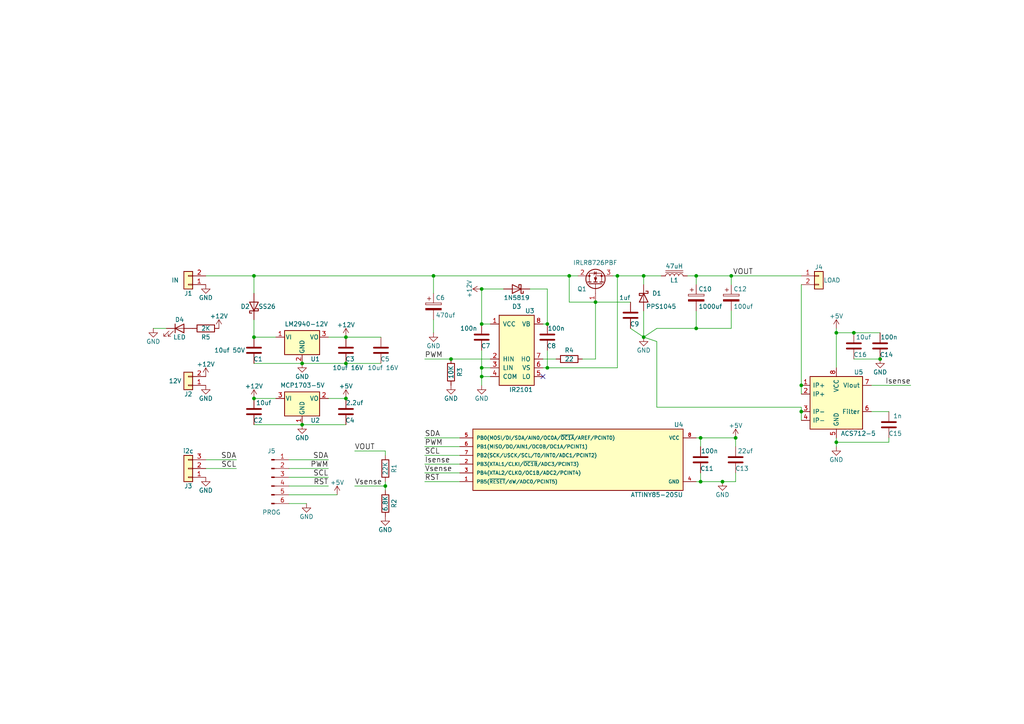
<source format=kicad_sch>
(kicad_sch (version 20230121) (generator eeschema)
  (paper "A4")
  (lib_symbols
    (symbol "Device:C" (pin_numbers hide) (pin_names (offset 0.254))
      (property "Reference" "C" (at 0.635 2.54 0))
      (property "Value" "C" (at 0.635 -2.54 0))
      (symbol "C_0_1"
        (polyline (pts (xy -2.032 -0.762) (xy 2.032 -0.762)) (stroke (width 0.508)))
        (polyline (pts (xy -2.032 0.762) (xy 2.032 0.762)) (stroke (width 0.508)))
      )
      (symbol "C_1_1"
        (pin passive line (at 0 3.81 270) (length 2.794) (name "~") (number "1"))
        (pin passive line (at 0 -3.81 90) (length 2.794) (name "~") (number "2"))
      )
    )
    (symbol "Device:D_Schottky" (pin_numbers hide) (pin_names (offset 1.016) hide)
      (property "Reference" "D" (at 0 2.54 0))
      (property "Value" "D_Schottky" (at 0 -2.54 0))
      (symbol "D_Schottky_0_1"
        (polyline (pts (xy 1.27 0) (xy -1.27 0)))
        (polyline (pts (xy 1.27 1.27) (xy 1.27 -1.27) (xy -1.27 0) (xy 1.27 1.27)) (stroke (width 0.254)))
        (polyline (pts (xy -1.905 0.635) (xy -1.905 1.27) (xy -1.27 1.27) (xy -1.27 -1.27) (xy -0.635 -1.27) (xy -0.635 -0.635)) (stroke (width 0.254)))
      )
      (symbol "D_Schottky_1_1"
        (pin passive line (at -3.81 0 0) (length 2.54) (name "K") (number "1"))
        (pin passive line (at 3.81 0 180) (length 2.54) (name "A") (number "2"))
      )
    )
    (symbol "Device:LED" (pin_numbers hide) (pin_names (offset 1.016) hide)
      (property "Reference" "D" (at 0 2.54 0))
      (property "Value" "LED" (at 0 -2.54 0))
      (symbol "LED_0_1"
        (polyline (pts (xy -1.27 -1.27) (xy -1.27 1.27)) (stroke (width 0.254)))
        (polyline (pts (xy -1.27 0) (xy 1.27 0)))
        (polyline (pts (xy 1.27 -1.27) (xy 1.27 1.27) (xy -1.27 0) (xy 1.27 -1.27)) (stroke (width 0.254)))
        (polyline (pts (xy -3.048 -0.762) (xy -4.572 -2.286) (xy -3.81 -2.286) (xy -4.572 -2.286) (xy -4.572 -1.524)))
        (polyline (pts (xy -1.778 -0.762) (xy -3.302 -2.286) (xy -2.54 -2.286) (xy -3.302 -2.286) (xy -3.302 -1.524)))
      )
      (symbol "LED_1_1"
        (pin passive line (at -3.81 0 0) (length 2.54) (name "K") (number "1"))
        (pin passive line (at 3.81 0 180) (length 2.54) (name "A") (number "2"))
      )
    )
    (symbol "Device:Q_NMOS_GDS" (pin_names (offset 0) hide)
      (property "Reference" "Q" (at 5.08 1.27 0))
      (property "Value" "Q_NMOS_GDS" (at 5.08 -1.27 0))
      (symbol "Q_NMOS_GDS_0_1"
        (polyline (pts (xy 0.254 0) (xy -2.54 0)))
        (polyline (pts (xy 0.254 1.905) (xy 0.254 -1.905)) (stroke (width 0.254)))
        (polyline (pts (xy 0.762 -1.27) (xy 0.762 -2.286)) (stroke (width 0.254)))
        (polyline (pts (xy 0.762 0.508) (xy 0.762 -0.508)) (stroke (width 0.254)))
        (polyline (pts (xy 0.762 2.286) (xy 0.762 1.27)) (stroke (width 0.254)))
        (polyline (pts (xy 2.54 2.54) (xy 2.54 1.778)))
        (polyline (pts (xy 2.54 -2.54) (xy 2.54 0) (xy 0.762 0)))
        (polyline (pts (xy 0.762 -1.778) (xy 3.302 -1.778) (xy 3.302 1.778) (xy 0.762 1.778)))
        (polyline (pts (xy 1.016 0) (xy 2.032 0.381) (xy 2.032 -0.381) (xy 1.016 0)) (fill (type outline)))
        (polyline (pts (xy 2.794 0.508) (xy 2.921 0.381) (xy 3.683 0.381) (xy 3.81 0.254)))
        (polyline (pts (xy 3.302 0.381) (xy 2.921 -0.254) (xy 3.683 -0.254) (xy 3.302 0.381)))
        (circle (center 1.651 0) (radius 2.794) (stroke (width 0.254)))
        (circle (center 2.54 -1.778) (radius 0.254) (fill (type outline)))
        (circle (center 2.54 1.778) (radius 0.254) (fill (type outline)))
      )
      (symbol "Q_NMOS_GDS_1_1"
        (pin input line (at -5.08 0 0) (length 2.54) (name "G") (number "1"))
        (pin passive line (at 2.54 5.08 270) (length 2.54) (name "D") (number "2"))
        (pin passive line (at 2.54 -5.08 90) (length 2.54) (name "S") (number "3"))
      )
    )
    (symbol "Device:R" (pin_numbers hide) (pin_names (offset 0))
      (property "Reference" "R" (at 2.032 0 90))
      (property "Value" "R" (at 0 0 90))
      (symbol "R_0_1"
        (rectangle (start -1.016 -2.54) (end 1.016 2.54) (stroke (width 0.254)))
      )
      (symbol "R_1_1"
        (pin passive line (at 0 3.81 270) (length 1.27) (name "~") (number "1"))
        (pin passive line (at 0 -3.81 90) (length 1.27) (name "~") (number "2"))
      )
    )
    (symbol "UniDCBuckHW-rescue:ACS712ELCTR-05B-T" (pin_names (offset 0.762))
      (property "Reference" "U" (at 2.54 11.43 0))
      (property "Value" "ACS712ELCTR-05B-T" (at 2.54 8.89 0))
      (symbol "ACS712ELCTR-05B-T_0_1"
        (rectangle (start -7.62 7.62) (end 7.62 -7.62) (stroke (width 0.254)) (fill (type background)))
      )
      (symbol "ACS712ELCTR-05B-T_1_1"
        (pin passive line (at -10.16 5.08 0) (length 2.54) (name "IP+") (number "1"))
        (pin passive line (at -10.16 2.54 0) (length 2.54) (name "IP+") (number "2"))
        (pin passive line (at -10.16 -2.54 0) (length 2.54) (name "IP-") (number "3"))
        (pin passive line (at -10.16 -5.08 0) (length 2.54) (name "IP-") (number "4"))
        (pin power_in line (at 0 -10.16 90) (length 2.54) (name "GND") (number "5"))
        (pin passive line (at 10.16 -2.54 180) (length 2.54) (name "Filter") (number "6"))
        (pin output line (at 10.16 5.08 180) (length 2.54) (name "VIout") (number "7"))
        (pin power_in line (at 0 10.16 270) (length 2.54) (name "VCC") (number "8"))
      )
    )
    (symbol "UniDCBuckHW-rescue:ATTINY85-20SU" (pin_names (offset 1.016))
      (property "Reference" "U" (at -29.21 10.16 0))
      (property "Value" "ATTINY85-20SU" (at 25.4 -10.16 0))
      (symbol "ATTINY85-20SU_0_1"
        (rectangle (start -30.48 8.89) (end 30.48 -8.89) (stroke (width 0.254)) (fill (type background)))
      )
      (symbol "ATTINY85-20SU_1_1"
        (pin bidirectional line (at -34.29 -6.35 0) (length 3.81) (name "PB5(~{RESET}/dW/ADC0/PCINT5)") (number "1"))
        (pin bidirectional line (at -34.29 -1.27 0) (length 3.81) (name "PB3(XTAL1/CLKI/~{OC1B}/ADC3/PCINT3)") (number "2"))
        (pin bidirectional line (at -34.29 -3.81 0) (length 3.81) (name "PB4(XTAL2/CLKO/OC1B/ADC2/PCINT4)") (number "3"))
        (pin power_in line (at 34.29 -6.35 180) (length 3.81) (name "GND") (number "4"))
        (pin bidirectional line (at -34.29 6.35 0) (length 3.81) (name "PB0(MOSI/DI/SDA/AIN0/OC0A/~{OC1A}/AREF/PCINT0)") (number "5"))
        (pin bidirectional line (at -34.29 3.81 0) (length 3.81) (name "PB1(MISO/DO/AIN1/OC0B/OC1A/PCINT1)") (number "6"))
        (pin bidirectional line (at -34.29 1.27 0) (length 3.81) (name "PB2(SCK/USCK/SCL/T0/INT0/ADC1/PCINT2)") (number "7"))
        (pin power_in line (at 34.29 6.35 180) (length 3.81) (name "VCC") (number "8"))
      )
    )
    (symbol "UniDCBuckHW-rescue:CP-Device" (pin_numbers hide) (pin_names (offset 0.254))
      (property "Reference" "C" (at 0.635 2.54 0))
      (property "Value" "Device:CP" (at 0.635 -2.54 0))
      (symbol "CP-Device_0_1"
        (rectangle (start -2.286 0.508) (end -2.286 1.016))
        (rectangle (start -2.286 0.508) (end 2.286 0.508))
        (polyline (pts (xy -1.778 2.286) (xy -0.762 2.286)))
        (polyline (pts (xy -1.27 2.794) (xy -1.27 1.778)))
        (rectangle (start 2.286 -0.508) (end -2.286 -1.016) (fill (type outline)))
        (rectangle (start 2.286 1.016) (end -2.286 1.016))
        (rectangle (start 2.286 1.016) (end 2.286 0.508))
      )
      (symbol "CP-Device_1_1"
        (pin passive line (at 0 3.81 270) (length 2.794) (name "~") (number "1"))
        (pin passive line (at 0 -3.81 90) (length 2.794) (name "~") (number "2"))
      )
    )
    (symbol "UniDCBuckHW-rescue:Conn_01x02" (pin_names (offset 1.016) hide)
      (property "Reference" "J" (at 0 2.54 0))
      (property "Value" "Conn_01x02" (at 0 -5.08 0))
      (symbol "Conn_01x02_1_1"
        (rectangle (start -1.27 -2.413) (end 0 -2.667) (stroke (width 0.1524)))
        (rectangle (start -1.27 0.127) (end 0 -0.127) (stroke (width 0.1524)))
        (rectangle (start -1.27 1.27) (end 1.27 -3.81) (stroke (width 0.254)) (fill (type background)))
        (pin passive line (at -5.08 0 0) (length 3.81) (name "Pin_1") (number "1"))
        (pin passive line (at -5.08 -2.54 0) (length 3.81) (name "Pin_2") (number "2"))
      )
    )
    (symbol "UniDCBuckHW-rescue:Conn_01x03" (pin_names (offset 1.016) hide)
      (property "Reference" "J" (at 0 5.08 0))
      (property "Value" "Conn_01x03" (at 0 -5.08 0))
      (symbol "Conn_01x03_1_1"
        (rectangle (start -1.27 -2.413) (end 0 -2.667) (stroke (width 0.1524)))
        (rectangle (start -1.27 0.127) (end 0 -0.127) (stroke (width 0.1524)))
        (rectangle (start -1.27 2.667) (end 0 2.413) (stroke (width 0.1524)))
        (rectangle (start -1.27 3.81) (end 1.27 -3.81) (stroke (width 0.254)) (fill (type background)))
        (pin passive line (at -5.08 2.54 0) (length 3.81) (name "Pin_1") (number "1"))
        (pin passive line (at -5.08 0 0) (length 3.81) (name "Pin_2") (number "2"))
        (pin passive line (at -5.08 -2.54 0) (length 3.81) (name "Pin_3") (number "3"))
      )
    )
    (symbol "UniDCBuckHW-rescue:Conn_01x06_Male" (pin_names (offset 1.016) hide)
      (property "Reference" "J" (at 0 7.62 0))
      (property "Value" "Conn_01x06_Male" (at 0 -10.16 0))
      (symbol "Conn_01x06_Male_1_1"
        (polyline (pts (xy 1.27 -7.62) (xy 0.8636 -7.62)) (stroke (width 0.1524)))
        (polyline (pts (xy 1.27 -5.08) (xy 0.8636 -5.08)) (stroke (width 0.1524)))
        (polyline (pts (xy 1.27 -2.54) (xy 0.8636 -2.54)) (stroke (width 0.1524)))
        (polyline (pts (xy 1.27 0) (xy 0.8636 0)) (stroke (width 0.1524)))
        (polyline (pts (xy 1.27 2.54) (xy 0.8636 2.54)) (stroke (width 0.1524)))
        (polyline (pts (xy 1.27 5.08) (xy 0.8636 5.08)) (stroke (width 0.1524)))
        (rectangle (start 0.8636 -7.493) (end 0 -7.747) (stroke (width 0.1524)) (fill (type outline)))
        (rectangle (start 0.8636 -4.953) (end 0 -5.207) (stroke (width 0.1524)) (fill (type outline)))
        (rectangle (start 0.8636 -2.413) (end 0 -2.667) (stroke (width 0.1524)) (fill (type outline)))
        (rectangle (start 0.8636 0.127) (end 0 -0.127) (stroke (width 0.1524)) (fill (type outline)))
        (rectangle (start 0.8636 2.667) (end 0 2.413) (stroke (width 0.1524)) (fill (type outline)))
        (rectangle (start 0.8636 5.207) (end 0 4.953) (stroke (width 0.1524)) (fill (type outline)))
        (pin passive line (at 5.08 5.08 180) (length 3.81) (name "Pin_1") (number "1"))
        (pin passive line (at 5.08 2.54 180) (length 3.81) (name "Pin_2") (number "2"))
        (pin passive line (at 5.08 0 180) (length 3.81) (name "Pin_3") (number "3"))
        (pin passive line (at 5.08 -2.54 180) (length 3.81) (name "Pin_4") (number "4"))
        (pin passive line (at 5.08 -5.08 180) (length 3.81) (name "Pin_5") (number "5"))
        (pin passive line (at 5.08 -7.62 180) (length 3.81) (name "Pin_6") (number "6"))
      )
    )
    (symbol "UniDCBuckHW-rescue:IR2106" (pin_names (offset 1.016))
      (property "Reference" "U" (at 0 13.335 0))
      (property "Value" "IR2106" (at 0 11.43 0))
      (symbol "IR2106_0_1"
        (rectangle (start -5.08 -10.16) (end 5.08 10.16) (stroke (width 0.254)) (fill (type background)))
      )
      (symbol "IR2106_1_1"
        (pin power_in line (at -7.62 7.62 0) (length 2.54) (name "VCC") (number "1"))
        (pin input line (at -7.62 -2.54 0) (length 2.54) (name "HIN") (number "2"))
        (pin input line (at -7.62 -5.08 0) (length 2.54) (name "LIN") (number "3"))
        (pin power_in line (at -7.62 -7.62 0) (length 2.54) (name "COM") (number "4"))
        (pin output line (at 7.62 -7.62 180) (length 2.54) (name "LO") (number "5"))
        (pin passive line (at 7.62 -5.08 180) (length 2.54) (name "VS") (number "6"))
        (pin output line (at 7.62 -2.54 180) (length 2.54) (name "HO") (number "7"))
        (pin passive line (at 7.62 7.62 180) (length 2.54) (name "VB") (number "8"))
      )
    )
    (symbol "UniDCBuckHW-rescue:LM7812_TO220" (pin_names (offset 0.254))
      (property "Reference" "U" (at -3.81 3.175 0))
      (property "Value" "LM7812_TO220" (at 0 3.175 0))
      (symbol "LM7812_TO220_0_1"
        (rectangle (start -5.08 1.905) (end 5.08 -5.08) (stroke (width 0.254)) (fill (type background)))
      )
      (symbol "LM7812_TO220_1_1"
        (pin power_in line (at -7.62 0 0) (length 2.54) (name "VI") (number "1"))
        (pin power_in line (at 0 -7.62 90) (length 2.54) (name "GND") (number "2"))
        (pin power_out line (at 7.62 0 180) (length 2.54) (name "VO") (number "3"))
      )
    )
    (symbol "UniDCBuckHW-rescue:L_Core_Iron-Device" (pin_numbers hide) (pin_names (offset 1.016) hide)
      (property "Reference" "L" (at -1.27 0 90))
      (property "Value" "Device:L_Core_Iron" (at 2.794 0 90))
      (symbol "L_Core_Iron-Device_0_1"
        (arc (start 0 -2.54) (mid 0.6323 -1.905) (end 0 -1.27))
        (arc (start 0 -1.27) (mid 0.6323 -0.635) (end 0 0))
        (polyline (pts (xy 1.016 2.54) (xy 1.016 -2.54)))
        (polyline (pts (xy 1.524 -2.54) (xy 1.524 2.54)))
        (arc (start 0 0) (mid 0.6323 0.635) (end 0 1.27))
        (arc (start 0 1.27) (mid 0.6323 1.905) (end 0 2.54))
      )
      (symbol "L_Core_Iron-Device_1_1"
        (pin passive line (at 0 3.81 270) (length 1.27) (name "1") (number "1"))
        (pin passive line (at 0 -3.81 90) (length 1.27) (name "2") (number "2"))
      )
    )
    (symbol "UniDCBuckHW-rescue:MCP1703A-5002_SOT23" (pin_names (offset 0.254))
      (property "Reference" "U" (at -3.81 3.175 0))
      (property "Value" "MCP1703A-5002_SOT23" (at 0 3.175 0))
      (symbol "MCP1703A-5002_SOT23_0_1"
        (rectangle (start -5.08 -5.08) (end 5.08 1.905) (stroke (width 0.254)) (fill (type background)))
      )
      (symbol "MCP1703A-5002_SOT23_1_1"
        (pin power_in line (at 0 -7.62 90) (length 2.54) (name "GND") (number "1"))
        (pin power_out line (at 7.62 0 180) (length 2.54) (name "VO") (number "2"))
        (pin power_in line (at -7.62 0 0) (length 2.54) (name "VI") (number "3"))
      )
    )
    (symbol "power:+12V" (power) (pin_names (offset 0))
      (property "Value" "+12V" (at 0 3.556 0))
      (symbol "+12V_0_1"
        (polyline (pts (xy -0.762 1.27) (xy 0 2.54)))
        (polyline (pts (xy 0 0) (xy 0 2.54)))
        (polyline (pts (xy 0 2.54) (xy 0.762 1.27)))
      )
      (symbol "+12V_1_1"
        (pin power_in line (at 0 0 90) (length 0) hide (name "+12V") (number "1"))
      )
    )
    (symbol "power:+5V" (power) (pin_names (offset 0))
      (property "Value" "+5V" (at 0 3.556 0))
      (symbol "+5V_0_1"
        (polyline (pts (xy -0.762 1.27) (xy 0 2.54)))
        (polyline (pts (xy 0 0) (xy 0 2.54)))
        (polyline (pts (xy 0 2.54) (xy 0.762 1.27)))
      )
      (symbol "+5V_1_1"
        (pin power_in line (at 0 0 90) (length 0) hide (name "+5V") (number "1"))
      )
    )
    (symbol "power:GND" (power) (pin_names (offset 0))
      (property "Value" "GND" (at 0 -3.81 0))
      (symbol "GND_0_1"
        (polyline (pts (xy 0 0) (xy 0 -1.27) (xy 1.27 -1.27) (xy 0 -2.54) (xy -1.27 -1.27) (xy 0 -1.27)))
      )
      (symbol "GND_1_1"
        (pin power_in line (at 0 0 270) (length 0) hide (name "GND") (number "1"))
      )
    )
  )
  (junction (at 73.66 97.79))
  (junction (at 203.2 127))
  (junction (at 232.41 111.76))
  (junction (at 87.63 105.41))
  (junction (at 139.7 93.98))
  (junction (at 186.69 97.79))
  (junction (at 247.65 96.52))
  (junction (at 100.33 105.41))
  (junction (at 100.33 115.57))
  (junction (at 203.2 139.7))
  (junction (at 213.36 127))
  (junction (at 158.75 106.68))
  (junction (at 201.93 95.25))
  (junction (at 186.69 80.01))
  (junction (at 100.33 97.79))
  (junction (at 73.66 115.57))
  (junction (at 111.76 140.97))
  (junction (at 255.27 104.14))
  (junction (at 209.55 139.7))
  (junction (at 179.07 80.01))
  (junction (at 130.81 104.14))
  (junction (at 172.72 87.63))
  (junction (at 139.7 106.68))
  (junction (at 87.63 123.19))
  (junction (at 165.1 80.01))
  (junction (at 158.75 93.98))
  (junction (at 73.66 80.01))
  (junction (at 242.57 96.52))
  (junction (at 242.57 128.27))
  (junction (at 125.73 80.01))
  (junction (at 201.93 80.01))
  (junction (at 232.41 119.38))
  (junction (at 139.7 83.82))
  (junction (at 139.7 109.22))
  (junction (at 212.09 80.01))
  (no_connect (at 157.48 109.22))
  (wire (pts (xy 59.69 135.89) (xy 68.58 135.89)))
  (wire (pts (xy 142.24 106.68) (xy 139.7 106.68)))
  (wire (pts (xy 157.48 104.14) (xy 161.29 104.14)))
  (wire (pts (xy 257.81 128.27) (xy 257.81 127)))
  (wire (pts (xy 146.05 83.82) (xy 139.7 83.82)))
  (wire (pts (xy 252.73 111.76) (xy 264.16 111.76)))
  (wire (pts (xy 252.73 119.38) (xy 257.81 119.38)))
  (wire (pts (xy 125.73 80.01) (xy 125.73 85.09)))
  (wire (pts (xy 209.55 139.7) (xy 213.36 139.7)))
  (wire (pts (xy 190.5 118.11) (xy 232.41 118.11)))
  (wire (pts (xy 73.66 80.01) (xy 125.73 80.01)))
  (wire (pts (xy 213.36 127) (xy 213.36 129.54)))
  (wire (pts (xy 177.8 80.01) (xy 179.07 80.01)))
  (wire (pts (xy 212.09 80.01) (xy 232.41 80.01)))
  (wire (pts (xy 190.5 99.06) (xy 190.5 118.11)))
  (wire (pts (xy 139.7 101.6) (xy 139.7 106.68)))
  (wire (pts (xy 139.7 106.68) (xy 139.7 109.22)))
  (wire (pts (xy 179.07 106.68) (xy 179.07 80.01)))
  (wire (pts (xy 73.66 97.79) (xy 80.01 97.79)))
  (wire (pts (xy 186.69 82.55) (xy 186.69 80.01)))
  (wire (pts (xy 73.66 105.41) (xy 87.63 105.41)))
  (wire (pts (xy 157.48 106.68) (xy 158.75 106.68)))
  (wire (pts (xy 247.65 104.14) (xy 255.27 104.14)))
  (wire (pts (xy 83.82 140.97) (xy 95.25 140.97)))
  (wire (pts (xy 130.81 104.14) (xy 142.24 104.14)))
  (wire (pts (xy 125.73 92.71) (xy 125.73 96.52)))
  (wire (pts (xy 100.33 97.79) (xy 110.49 97.79)))
  (wire (pts (xy 158.75 101.6) (xy 158.75 106.68)))
  (wire (pts (xy 186.69 97.79) (xy 190.5 95.25)))
  (wire (pts (xy 172.72 104.14) (xy 172.72 87.63)))
  (wire (pts (xy 201.93 80.01) (xy 212.09 80.01)))
  (wire (pts (xy 83.82 143.51) (xy 97.79 143.51)))
  (wire (pts (xy 201.93 139.7) (xy 203.2 139.7)))
  (wire (pts (xy 186.69 97.79) (xy 182.88 95.25)))
  (wire (pts (xy 83.82 135.89) (xy 95.25 135.89)))
  (wire (pts (xy 232.41 82.55) (xy 232.41 111.76)))
  (wire (pts (xy 111.76 132.08) (xy 111.76 130.81)))
  (wire (pts (xy 48.26 95.25) (xy 44.45 95.25)))
  (wire (pts (xy 111.76 140.97) (xy 102.87 140.97)))
  (wire (pts (xy 59.69 80.01) (xy 73.66 80.01)))
  (wire (pts (xy 73.66 115.57) (xy 80.01 115.57)))
  (wire (pts (xy 95.25 115.57) (xy 100.33 115.57)))
  (wire (pts (xy 83.82 146.05) (xy 88.9 146.05)))
  (wire (pts (xy 165.1 87.63) (xy 172.72 87.63)))
  (wire (pts (xy 165.1 80.01) (xy 167.64 80.01)))
  (wire (pts (xy 158.75 83.82) (xy 158.75 93.98)))
  (wire (pts (xy 247.65 96.52) (xy 242.57 96.52)))
  (wire (pts (xy 203.2 127) (xy 213.36 127)))
  (wire (pts (xy 123.19 104.14) (xy 130.81 104.14)))
  (wire (pts (xy 95.25 97.79) (xy 100.33 97.79)))
  (wire (pts (xy 242.57 96.52) (xy 242.57 106.68)))
  (wire (pts (xy 255.27 96.52) (xy 247.65 96.52)))
  (wire (pts (xy 232.41 111.76) (xy 232.41 114.3)))
  (wire (pts (xy 172.72 87.63) (xy 182.88 87.63)))
  (wire (pts (xy 232.41 119.38) (xy 232.41 121.92)))
  (wire (pts (xy 133.35 137.16) (xy 123.19 137.16)))
  (wire (pts (xy 212.09 80.01) (xy 212.09 82.55)))
  (wire (pts (xy 201.93 95.25) (xy 201.93 90.17)))
  (wire (pts (xy 133.35 134.62) (xy 123.19 134.62)))
  (wire (pts (xy 83.82 133.35) (xy 95.25 133.35)))
  (wire (pts (xy 201.93 80.01) (xy 201.93 82.55)))
  (wire (pts (xy 153.67 83.82) (xy 158.75 83.82)))
  (wire (pts (xy 232.41 118.11) (xy 232.41 119.38)))
  (wire (pts (xy 133.35 129.54) (xy 123.19 129.54)))
  (wire (pts (xy 125.73 80.01) (xy 165.1 80.01)))
  (wire (pts (xy 203.2 129.54) (xy 203.2 127)))
  (wire (pts (xy 168.91 104.14) (xy 172.72 104.14)))
  (wire (pts (xy 242.57 127) (xy 242.57 128.27)))
  (wire (pts (xy 133.35 139.7) (xy 123.19 139.7)))
  (wire (pts (xy 190.5 95.25) (xy 201.93 95.25)))
  (wire (pts (xy 186.69 97.79) (xy 190.5 99.06)))
  (wire (pts (xy 203.2 139.7) (xy 209.55 139.7)))
  (wire (pts (xy 139.7 109.22) (xy 139.7 111.76)))
  (wire (pts (xy 201.93 127) (xy 203.2 127)))
  (wire (pts (xy 242.57 128.27) (xy 242.57 129.54)))
  (wire (pts (xy 242.57 95.25) (xy 242.57 96.52)))
  (wire (pts (xy 73.66 123.19) (xy 87.63 123.19)))
  (wire (pts (xy 199.39 80.01) (xy 201.93 80.01)))
  (wire (pts (xy 111.76 139.7) (xy 111.76 140.97)))
  (wire (pts (xy 139.7 93.98) (xy 142.24 93.98)))
  (wire (pts (xy 203.2 137.16) (xy 203.2 139.7)))
  (wire (pts (xy 87.63 123.19) (xy 100.33 123.19)))
  (wire (pts (xy 111.76 140.97) (xy 111.76 142.24)))
  (wire (pts (xy 59.69 133.35) (xy 68.58 133.35)))
  (wire (pts (xy 100.33 105.41) (xy 110.49 105.41)))
  (wire (pts (xy 157.48 93.98) (xy 158.75 93.98)))
  (wire (pts (xy 111.76 130.81) (xy 102.87 130.81)))
  (wire (pts (xy 165.1 80.01) (xy 165.1 87.63)))
  (wire (pts (xy 201.93 95.25) (xy 212.09 95.25)))
  (wire (pts (xy 83.82 138.43) (xy 95.25 138.43)))
  (wire (pts (xy 179.07 80.01) (xy 186.69 80.01)))
  (wire (pts (xy 139.7 83.82) (xy 139.7 93.98)))
  (wire (pts (xy 87.63 105.41) (xy 100.33 105.41)))
  (wire (pts (xy 242.57 128.27) (xy 257.81 128.27)))
  (wire (pts (xy 158.75 106.68) (xy 179.07 106.68)))
  (wire (pts (xy 186.69 80.01) (xy 191.77 80.01)))
  (wire (pts (xy 212.09 95.25) (xy 212.09 90.17)))
  (wire (pts (xy 142.24 109.22) (xy 139.7 109.22)))
  (wire (pts (xy 186.69 90.17) (xy 186.69 97.79)))
  (wire (pts (xy 73.66 80.01) (xy 73.66 85.09)))
  (wire (pts (xy 133.35 132.08) (xy 123.19 132.08)))
  (wire (pts (xy 133.35 127) (xy 123.19 127)))
  (wire (pts (xy 213.36 139.7) (xy 213.36 137.16)))
  (wire (pts (xy 73.66 92.71) (xy 73.66 97.79)))
  (label "Vsense" (at 123.19 137.16 0) (effects (font (size 1.524 1.524))))
  (label "RST" (at 123.19 139.7 0) (effects (font (size 1.524 1.524))))
  (label "RST" (at 95.25 140.97 180) (effects (font (size 1.524 1.524))))
  (label "SCL" (at 123.19 132.08 0) (effects (font (size 1.524 1.524))))
  (label "SDA" (at 95.25 133.35 180) (effects (font (size 1.524 1.524))))
  (label "PWM" (at 123.19 129.54 0) (effects (font (size 1.524 1.524))))
  (label "PWM" (at 123.19 104.14 0) (effects (font (size 1.524 1.524))))
  (label "VOUT" (at 102.87 130.81 0) (effects (font (size 1.524 1.524))))
  (label "Isense" (at 123.19 134.62 0) (effects (font (size 1.524 1.524))))
  (label "VOUT" (at 218.44 80.01 180) (effects (font (size 1.524 1.524))))
  (label "SDA" (at 123.19 127 0) (effects (font (size 1.524 1.524))))
  (label "SCL" (at 95.25 138.43 180) (effects (font (size 1.524 1.524))))
  (label "SCL" (at 68.58 135.89 180) (effects (font (size 1.524 1.524))))
  (label "SDA" (at 68.58 133.35 180) (effects (font (size 1.524 1.524))))
  (label "PWM" (at 95.25 135.89 180) (effects (font (size 1.524 1.524))))
  (label "Isense" (at 264.16 111.76 180) (effects (font (size 1.524 1.524))))
  (label "Vsense" (at 102.87 140.97 0) (effects (font (size 1.524 1.524))))
  (symbol (lib_id "Device:D_Schottky") (at 186.69 86.36 270) (unit 1)
    (property "Reference" "D1" (at 190.5 85.09 90))
    (property "Value" "PPS1045" (at 191.77 88.9 90))
    (property "Footprint" "Diodes_SMD:D_Powermite3" (effects hide))
  )
  (symbol (lib_id "UniDCBuckHW-rescue:L_Core_Iron-Device") (at 195.58 80.01 90) (unit 1)
    (property "Reference" "L1" (at 195.58 81.28 90))
    (property "Value" "47uH" (at 195.58 77.216 90))
    (property "Footprint" "KiCadCustomLibs:PCV-2-473-10L" (effects hide))
  )
  (symbol (lib_id "Device:Q_NMOS_GDS") (at 172.72 82.55 90) (unit 1)
    (property "Reference" "Q1" (at 170.18 83.82 90) (effects (justify left)))
    (property "Value" "IRLR8726PBF" (at 179.07 76.2 90) (effects (justify left)))
    (property "Footprint" "TO_SOT_Packages_SMD:TO-252-2_Rectifier" (effects hide))
  )
  (symbol (lib_id "Device:R") (at 165.1 104.14 270) (unit 1)
    (property "Reference" "R4" (at 165.1 101.6 90))
    (property "Value" "22" (at 165.1 104.14 90))
    (property "Footprint" "Resistors_SMD:R_0603" (effects hide))
  )
  (symbol (lib_id "UniDCBuckHW-rescue:IR2106") (at 149.86 101.6 0) (unit 1)
    (property "Reference" "U3" (at 153.67 90.17 0))
    (property "Value" "IR2101" (at 151.13 113.03 0))
    (property "Footprint" "Housings_SOIC:SOIC-8_3.9x4.9mm_Pitch1.27mm" (effects hide))
  )
  (symbol (lib_id "Device:C") (at 158.75 97.79 180) (unit 1)
    (property "Reference" "C8" (at 161.29 100.33 0) (effects (justify left)))
    (property "Value" "100n" (at 163.83 95.25 0) (effects (justify left)))
    (property "Footprint" "Capacitors_SMD:C_0603" (effects hide))
  )
  (symbol (lib_id "Device:D_Schottky") (at 149.86 83.82 180) (unit 1)
    (property "Reference" "D3" (at 149.86 88.9 0))
    (property "Value" "1N5819" (at 149.86 86.36 0))
    (property "Footprint" "Diodes_SMD:D_SOD-523" (effects hide))
  )
  (symbol (lib_id "Device:C") (at 182.88 91.44 180) (unit 1)
    (property "Reference" "C9" (at 185.42 93.98 0) (effects (justify left)))
    (property "Value" "1uf" (at 182.88 86.36 0) (effects (justify left)))
    (property "Footprint" "Capacitors_SMD:C_0603" (effects hide))
  )
  (symbol (lib_id "UniDCBuckHW-rescue:CP-Device") (at 201.93 86.36 0) (unit 1)
    (property "Reference" "C10" (at 202.565 83.82 0) (effects (justify left)))
    (property "Value" "1000uf" (at 202.565 88.9 0) (effects (justify left)))
    (property "Footprint" "Capacitors_THT:CP_Radial_D12.5mm_P5.00mm" (effects hide))
  )
  (symbol (lib_id "power:GND") (at 186.69 97.79 0) (unit 1)
    (property "Reference" "#PWR19" (effects hide))
    (property "Value" "GND" (at 186.69 101.6 0))
  )
  (symbol (lib_id "power:GND") (at 139.7 111.76 0) (unit 1)
    (property "Reference" "#PWR18" (effects hide))
    (property "Value" "GND" (at 139.7 115.57 0))
  )
  (symbol (lib_id "UniDCBuckHW-rescue:CP-Device") (at 125.73 88.9 0) (unit 1)
    (property "Reference" "C6" (at 126.365 86.36 0) (effects (justify left)))
    (property "Value" "470uf" (at 126.365 91.44 0) (effects (justify left)))
    (property "Footprint" "Capacitors_THT:CP_Radial_D10.0mm_P5.00mm" (effects hide))
  )
  (symbol (lib_id "power:GND") (at 125.73 96.52 0) (unit 1)
    (property "Reference" "#PWR15" (effects hide))
    (property "Value" "GND" (at 125.73 100.33 0))
  )
  (symbol (lib_id "UniDCBuckHW-rescue:ATTINY85-20SU") (at 167.64 133.35 0) (unit 1)
    (property "Reference" "U4" (at 196.85 123.19 0))
    (property "Value" "ATTINY85-20SU" (at 190.5 143.51 0))
    (property "Footprint" "Housings_SOIC:SOIJ-8_5.3x5.3mm_Pitch1.27mm" (effects hide))
  )
  (symbol (lib_id "power:GND") (at 209.55 139.7 0) (unit 1)
    (property "Reference" "#PWR20" (effects hide))
    (property "Value" "GND" (at 209.55 143.51 0))
  )
  (symbol (lib_id "Device:C") (at 203.2 133.35 180) (unit 1)
    (property "Reference" "C11" (at 207.01 135.89 0) (effects (justify left)))
    (property "Value" "100n" (at 208.28 130.81 0) (effects (justify left)))
    (property "Footprint" "Capacitors_SMD:C_0603" (effects hide))
  )
  (symbol (lib_id "Device:C") (at 213.36 133.35 180) (unit 1)
    (property "Reference" "C13" (at 217.17 135.89 0) (effects (justify left)))
    (property "Value" "22uf" (at 218.44 130.81 0) (effects (justify left)))
    (property "Footprint" "Capacitors_SMD:C_0805" (effects hide))
  )
  (symbol (lib_id "Device:C") (at 139.7 97.79 180) (unit 1)
    (property "Reference" "C7" (at 142.24 100.33 0) (effects (justify left)))
    (property "Value" "100n" (at 138.43 95.25 0) (effects (justify left)))
    (property "Footprint" "Capacitors_SMD:C_0603" (effects hide))
  )
  (symbol (lib_id "Device:R") (at 130.81 107.95 180) (unit 1)
    (property "Reference" "R3" (at 133.35 107.95 90))
    (property "Value" "10K" (at 130.81 107.95 90))
    (property "Footprint" "Resistors_SMD:R_0603" (effects hide))
  )
  (symbol (lib_id "power:GND") (at 130.81 111.76 0) (unit 1)
    (property "Reference" "#PWR16" (effects hide))
    (property "Value" "GND" (at 130.81 115.57 0))
  )
  (symbol (lib_id "UniDCBuckHW-rescue:CP-Device") (at 212.09 86.36 0) (unit 1)
    (property "Reference" "C12" (at 212.725 83.82 0) (effects (justify left)))
    (property "Value" "100uf" (at 212.725 88.9 0) (effects (justify left)))
    (property "Footprint" "Capacitors_Tantalum_SMD:CP_Tantalum_Case-V_EIA-7343-20_Reflow" (effects hide))
  )
  (symbol (lib_id "Device:R") (at 111.76 135.89 180) (unit 1)
    (property "Reference" "R1" (at 114.3 135.89 90))
    (property "Value" "22K" (at 111.76 135.89 90))
    (property "Footprint" "Resistors_SMD:R_0603" (effects hide))
  )
  (symbol (lib_id "Device:R") (at 111.76 146.05 180) (unit 1)
    (property "Reference" "R2" (at 114.3 146.05 90))
    (property "Value" "6.8K" (at 111.76 146.05 90))
    (property "Footprint" "Resistors_SMD:R_0603" (effects hide))
  )
  (symbol (lib_id "power:GND") (at 111.76 149.86 0) (unit 1)
    (property "Reference" "#PWR14" (effects hide))
    (property "Value" "GND" (at 111.76 153.67 0))
  )
  (symbol (lib_id "UniDCBuckHW-rescue:ACS712ELCTR-05B-T") (at 242.57 116.84 0) (unit 1)
    (property "Reference" "U5" (at 247.65 107.95 0) (effects (justify left)))
    (property "Value" "ACS712-5" (at 243.84 125.73 0) (effects (justify left)))
    (property "Footprint" "Housings_SOIC:SOIC-8_3.9x4.9mm_Pitch1.27mm" (effects hide))
  )
  (symbol (lib_id "power:GND") (at 242.57 129.54 0) (unit 1)
    (property "Reference" "#PWR23" (effects hide))
    (property "Value" "GND" (at 242.57 133.35 0))
  )
  (symbol (lib_id "Device:C") (at 257.81 123.19 180) (unit 1)
    (property "Reference" "C15" (at 261.62 125.73 0) (effects (justify left)))
    (property "Value" "1n" (at 261.62 120.65 0) (effects (justify left)))
    (property "Footprint" "Capacitors_SMD:C_0603" (effects hide))
  )
  (symbol (lib_id "power:+5V") (at 242.57 95.25 0) (unit 1)
    (property "Reference" "#PWR22" (effects hide))
    (property "Value" "+5V" (at 242.57 91.694 0))
  )
  (symbol (lib_id "Device:C") (at 255.27 100.33 180) (unit 1)
    (property "Reference" "C14" (at 259.08 102.87 0) (effects (justify left)))
    (property "Value" "100n" (at 260.35 97.79 0) (effects (justify left)))
    (property "Footprint" "Capacitors_SMD:C_0603" (effects hide))
  )
  (symbol (lib_id "power:GND") (at 255.27 104.14 0) (unit 1)
    (property "Reference" "#PWR24" (effects hide))
    (property "Value" "GND" (at 255.27 107.95 0))
  )
  (symbol (lib_id "UniDCBuckHW-rescue:Conn_01x02") (at 237.49 80.01 0) (unit 1)
    (property "Reference" "J4" (at 237.49 77.47 0))
    (property "Value" "LOAD" (at 241.3 81.28 0))
    (property "Footprint" "KiCadCustomLibs:Conn_Power" (effects hide))
  )
  (symbol (lib_id "UniDCBuckHW-rescue:MCP1703A-5002_SOT23") (at 87.63 115.57 0) (unit 1)
    (property "Reference" "U2" (at 91.44 121.92 0))
    (property "Value" "MCP1703-5V" (at 81.28 111.76 0) (effects (justify left)))
    (property "Footprint" "TO_SOT_Packages_SMD:SOT-23" (effects hide))
  )
  (symbol (lib_id "Device:C") (at 100.33 119.38 180) (unit 1)
    (property "Reference" "C4" (at 102.87 121.92 0) (effects (justify left)))
    (property "Value" "2.2uf" (at 105.41 116.84 0) (effects (justify left)))
    (property "Footprint" "Capacitors_SMD:C_0805" (effects hide))
  )
  (symbol (lib_id "Device:C") (at 73.66 119.38 180) (unit 1)
    (property "Reference" "C2" (at 76.2 121.92 0) (effects (justify left)))
    (property "Value" "10uf" (at 78.74 116.84 0) (effects (justify left)))
    (property "Footprint" "Capacitors_SMD:C_0805" (effects hide))
  )
  (symbol (lib_id "power:GND") (at 87.63 123.19 0) (unit 1)
    (property "Reference" "#PWR9" (effects hide))
    (property "Value" "GND" (at 87.63 127 0))
  )
  (symbol (lib_id "power:+5V") (at 213.36 127 0) (unit 1)
    (property "Reference" "#PWR21" (effects hide))
    (property "Value" "+5V" (at 213.36 123.444 0))
  )
  (symbol (lib_id "power:+5V") (at 100.33 115.57 0) (unit 1)
    (property "Reference" "#PWR13" (effects hide))
    (property "Value" "+5V" (at 100.33 112.014 0))
  )
  (symbol (lib_id "UniDCBuckHW-rescue:LM7812_TO220") (at 87.63 97.79 0) (unit 1)
    (property "Reference" "U1" (at 91.44 104.14 0))
    (property "Value" "LM2940-12V" (at 82.55 93.98 0) (effects (justify left)))
    (property "Footprint" "TO_SOT_Packages_SMD:TO-263-3_TabPin2" (effects hide))
  )
  (symbol (lib_id "power:+12V") (at 100.33 97.79 0) (unit 1)
    (property "Reference" "#PWR12" (effects hide))
    (property "Value" "+12V" (at 100.33 94.234 0))
  )
  (symbol (lib_id "Device:C") (at 73.66 101.6 180) (unit 1)
    (property "Reference" "C1" (at 76.2 104.14 0) (effects (justify left)))
    (property "Value" "10uf 50V" (at 71.12 101.6 0) (effects (justify left)))
    (property "Footprint" "Capacitors_SMD:C_0805" (effects hide))
  )
  (symbol (lib_id "power:GND") (at 87.63 105.41 0) (unit 1)
    (property "Reference" "#PWR8" (effects hide))
    (property "Value" "GND" (at 87.63 109.22 0))
  )
  (symbol (lib_id "Device:C") (at 100.33 101.6 180) (unit 1)
    (property "Reference" "C3" (at 102.87 104.14 0) (effects (justify left)))
    (property "Value" "10uf 16V" (at 105.41 106.68 0) (effects (justify left)))
    (property "Footprint" "Capacitors_SMD:C_0805" (effects hide))
  )
  (symbol (lib_id "power:+12V") (at 139.7 83.82 90) (unit 1)
    (property "Reference" "#PWR17" (effects hide))
    (property "Value" "+12V" (at 136.144 83.82 0))
  )
  (symbol (lib_id "power:+12V") (at 73.66 115.57 0) (unit 1)
    (property "Reference" "#PWR7" (effects hide))
    (property "Value" "+12V" (at 73.66 112.014 0))
  )
  (symbol (lib_id "Device:C") (at 110.49 101.6 180) (unit 1)
    (property "Reference" "C5" (at 113.03 104.14 0) (effects (justify left)))
    (property "Value" "10uf 16V" (at 115.57 106.68 0) (effects (justify left)))
    (property "Footprint" "Capacitors_SMD:C_0805" (effects hide))
  )
  (symbol (lib_id "UniDCBuckHW-rescue:Conn_01x02") (at 54.61 82.55 180) (unit 1)
    (property "Reference" "J1" (at 54.61 85.09 0))
    (property "Value" "IN" (at 50.8 81.28 0))
    (property "Footprint" "KiCadCustomLibs:Conn_Power" (effects hide))
  )
  (symbol (lib_id "power:GND") (at 59.69 82.55 0) (unit 1)
    (property "Reference" "#PWR2" (effects hide))
    (property "Value" "GND" (at 59.69 86.36 0))
  )
  (symbol (lib_id "Device:D_Schottky") (at 73.66 88.9 90) (unit 1)
    (property "Reference" "D2" (at 71.12 88.9 90))
    (property "Value" "SS26" (at 77.47 88.9 90))
    (property "Footprint" "Diodes_SMD:D_SMB" (effects hide))
  )
  (symbol (lib_id "UniDCBuckHW-rescue:Conn_01x02") (at 54.61 111.76 180) (unit 1)
    (property "Reference" "J2" (at 54.61 114.3 0))
    (property "Value" "12V" (at 50.8 110.49 0))
    (property "Footprint" "KiCadCustomLibs:Conn2pin_2.54mm" (effects hide))
  )
  (symbol (lib_id "power:+12V") (at 59.69 109.22 0) (unit 1)
    (property "Reference" "#PWR3" (effects hide))
    (property "Value" "+12V" (at 59.69 105.664 0))
  )
  (symbol (lib_id "power:GND") (at 59.69 111.76 0) (unit 1)
    (property "Reference" "#PWR4" (effects hide))
    (property "Value" "GND" (at 59.69 115.57 0))
  )
  (symbol (lib_id "UniDCBuckHW-rescue:Conn_01x03") (at 54.61 135.89 180) (unit 1)
    (property "Reference" "J3" (at 54.61 140.97 0))
    (property "Value" "i2c" (at 54.61 130.81 0))
    (property "Footprint" "Pin_Headers:Pin_Header_Straight_1x03_Pitch2.54mm" (effects hide))
  )
  (symbol (lib_id "power:GND") (at 59.69 138.43 0) (unit 1)
    (property "Reference" "#PWR5" (effects hide))
    (property "Value" "GND" (at 59.69 142.24 0))
  )
  (symbol (lib_id "UniDCBuckHW-rescue:Conn_01x06_Male") (at 78.74 138.43 0) (unit 1)
    (property "Reference" "J5" (at 78.74 130.81 0))
    (property "Value" "PROG" (at 78.74 148.59 0))
    (property "Footprint" "KiCadCustomLibs:Pads_prog_6pin1.25mm" (effects hide))
  )
  (symbol (lib_id "power:GND") (at 88.9 146.05 0) (unit 1)
    (property "Reference" "#PWR10" (effects hide))
    (property "Value" "GND" (at 88.9 149.86 0))
  )
  (symbol (lib_id "power:+5V") (at 97.79 143.51 0) (unit 1)
    (property "Reference" "#PWR11" (effects hide))
    (property "Value" "+5V" (at 97.79 139.954 0))
  )
  (symbol (lib_id "Device:R") (at 59.69 95.25 90) (unit 1)
    (property "Reference" "R5" (at 59.69 97.79 90))
    (property "Value" "2K" (at 59.69 95.25 90))
    (property "Footprint" "Resistors_SMD:R_0603" (effects hide))
  )
  (symbol (lib_id "Device:LED") (at 52.07 95.25 0) (unit 1)
    (property "Reference" "D4" (at 52.07 92.71 0))
    (property "Value" "LED" (at 52.07 97.79 0))
    (property "Footprint" "LEDs:LED_0805" (effects hide))
  )
  (symbol (lib_id "power:GND") (at 44.45 95.25 0) (unit 1)
    (property "Reference" "#PWR1" (effects hide))
    (property "Value" "GND" (at 44.45 99.06 0))
  )
  (symbol (lib_id "power:+12V") (at 63.5 95.25 0) (unit 1)
    (property "Reference" "#PWR6" (effects hide))
    (property "Value" "+12V" (at 63.5 91.694 0))
  )
  (symbol (lib_id "Device:C") (at 247.65 100.33 180) (unit 1)
    (property "Reference" "C16" (at 251.46 102.87 0) (effects (justify left)))
    (property "Value" "10uf" (at 252.73 97.79 0) (effects (justify left)))
    (property "Footprint" "Capacitors_SMD:C_0603" (effects hide))
  )
)
</source>
